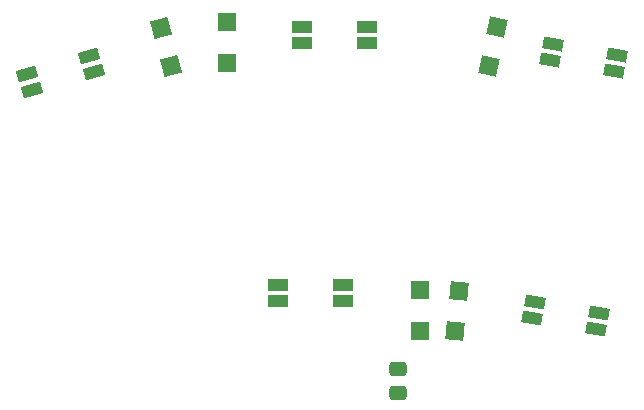
<source format=gbr>
%TF.GenerationSoftware,KiCad,Pcbnew,(6.99.0-4085-g6c752680d7)*%
%TF.CreationDate,2022-11-14T16:54:03+08:00*%
%TF.ProjectId,flex_thumbs_right,666c6578-5f74-4687-956d-62735f726967,rev?*%
%TF.SameCoordinates,Original*%
%TF.FileFunction,Paste,Top*%
%TF.FilePolarity,Positive*%
%FSLAX46Y46*%
G04 Gerber Fmt 4.6, Leading zero omitted, Abs format (unit mm)*
G04 Created by KiCad (PCBNEW (6.99.0-4085-g6c752680d7)) date 2022-11-14 16:54:03*
%MOMM*%
%LPD*%
G01*
G04 APERTURE LIST*
G04 Aperture macros list*
%AMRoundRect*
0 Rectangle with rounded corners*
0 $1 Rounding radius*
0 $2 $3 $4 $5 $6 $7 $8 $9 X,Y pos of 4 corners*
0 Add a 4 corners polygon primitive as box body*
4,1,4,$2,$3,$4,$5,$6,$7,$8,$9,$2,$3,0*
0 Add four circle primitives for the rounded corners*
1,1,$1+$1,$2,$3*
1,1,$1+$1,$4,$5*
1,1,$1+$1,$6,$7*
1,1,$1+$1,$8,$9*
0 Add four rect primitives between the rounded corners*
20,1,$1+$1,$2,$3,$4,$5,0*
20,1,$1+$1,$4,$5,$6,$7,0*
20,1,$1+$1,$6,$7,$8,$9,0*
20,1,$1+$1,$8,$9,$2,$3,0*%
%AMRotRect*
0 Rectangle, with rotation*
0 The origin of the aperture is its center*
0 $1 length*
0 $2 width*
0 $3 Rotation angle, in degrees counterclockwise*
0 Add horizontal line*
21,1,$1,$2,0,0,$3*%
G04 Aperture macros list end*
%ADD10R,1.524000X1.524000*%
%ADD11R,1.700000X1.000000*%
%ADD12RotRect,1.524000X1.524000X265.000000*%
%ADD13RoundRect,0.250000X-0.475000X0.337500X-0.475000X-0.337500X0.475000X-0.337500X0.475000X0.337500X0*%
%ADD14RotRect,1.524000X1.524000X258.000000*%
%ADD15RotRect,1.700000X1.000000X350.000000*%
%ADD16RotRect,1.700000X1.000000X170.000000*%
%ADD17RotRect,1.524000X1.524000X271.000000*%
%ADD18RotRect,1.700000X1.000000X16.000000*%
%ADD19RotRect,1.524000X1.524000X285.000000*%
G04 APERTURE END LIST*
D10*
%TO.C,D1*%
X100571304Y-93946556D03*
X100571304Y-97346556D03*
%TD*%
D11*
%TO.C,D4*%
X88553315Y-93468090D03*
X94053315Y-93468090D03*
X94053315Y-94868090D03*
X88553315Y-94868090D03*
%TD*%
%TO.C,D10*%
X96085313Y-73024091D03*
X90585313Y-73024091D03*
X90585313Y-71624091D03*
X96085313Y-71624091D03*
%TD*%
D12*
%TO.C,D9*%
X103897642Y-93982046D03*
X103601313Y-97369107D03*
%TD*%
D13*
%TO.C,C1*%
X98748605Y-100579133D03*
X98748605Y-102654133D03*
%TD*%
D14*
%TO.C,D5*%
X107153488Y-71607742D03*
X106446589Y-74933444D03*
%TD*%
D15*
%TO.C,D12*%
X117008623Y-75395741D03*
X111592180Y-74440676D03*
X111835287Y-73061945D03*
X117251730Y-74017010D03*
%TD*%
D16*
%TO.C,D2*%
X110362088Y-94905951D03*
X115778531Y-95861016D03*
X115535424Y-97239747D03*
X110118981Y-96284682D03*
%TD*%
D17*
%TO.C,D19*%
X84220391Y-71251964D03*
X84279729Y-74651447D03*
%TD*%
D18*
%TO.C,D7*%
X72993142Y-75430172D03*
X67706202Y-76946178D03*
X67320310Y-75600412D03*
X72607250Y-74084406D03*
%TD*%
D19*
%TO.C,D14*%
X78630978Y-71696783D03*
X79510963Y-74980931D03*
%TD*%
M02*

</source>
